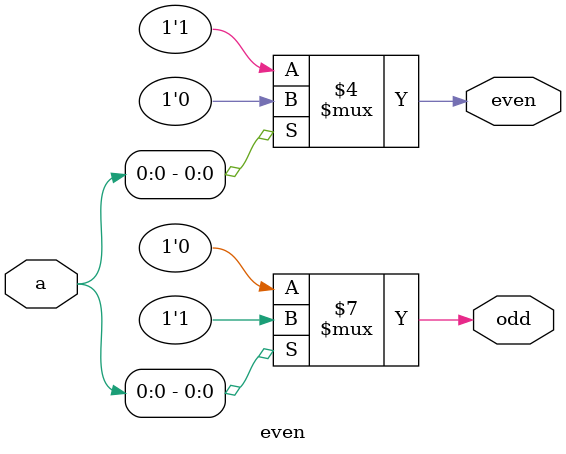
<source format=v>
`timescale 1ns / 1ps


module even(a,even,odd);
input [3:0] a;
output reg even,odd;
always@(*)
 begin
    if(a[0]==1'b1)
       begin
        odd=1'b1;
        even=1'b0;
    end
     else
     begin
     odd=1'b0;
     even=1'b1;
end
end
endmodule

</source>
